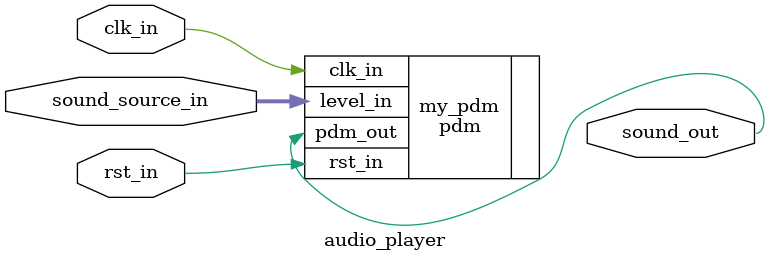
<source format=sv>
`timescale 1ns / 1ps
`default_nettype none


module audio_player( 
    input wire clk_in,
    input wire rst_in,
    input wire signed [15:0] sound_source_in,
    output logic sound_out
  );

  pdm my_pdm(
    .clk_in(clk_in),
    .rst_in(rst_in),
    .level_in(sound_source_in),
    .pdm_out(sound_out)
  );


  
endmodule
`default_nettype wire
</source>
